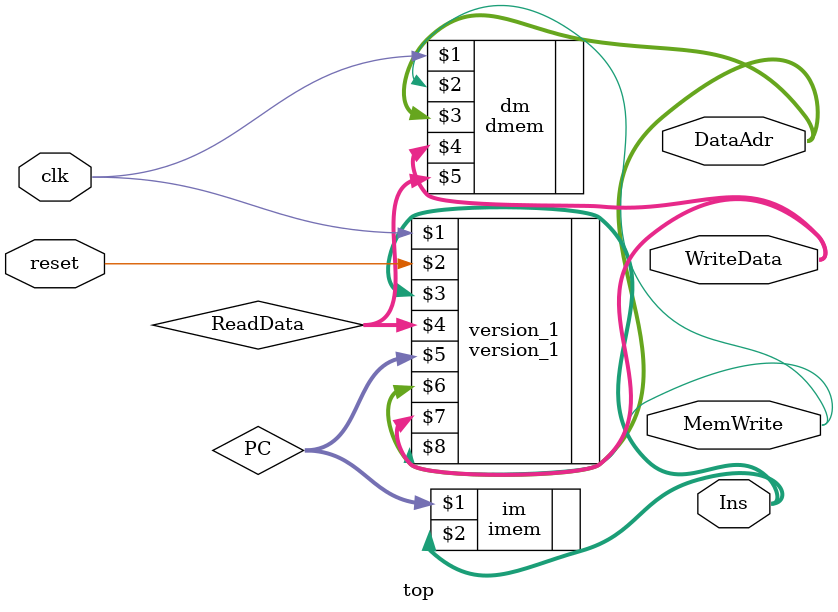
<source format=sv>
module top (input logic clk, reset,
	output logic [31:0] DataAdr, WriteData, Ins,
	output logic MemWrite); //define i/o for testing

logic [31:0] PC, ReadData;

version_1 version_1(clk, reset, Ins, ReadData, PC, DataAdr, WriteData, MemWrite);

imem im(PC, Ins);
dmem dm(clk, MemWrite, DataAdr, WriteData, ReadData);

endmodule

</source>
